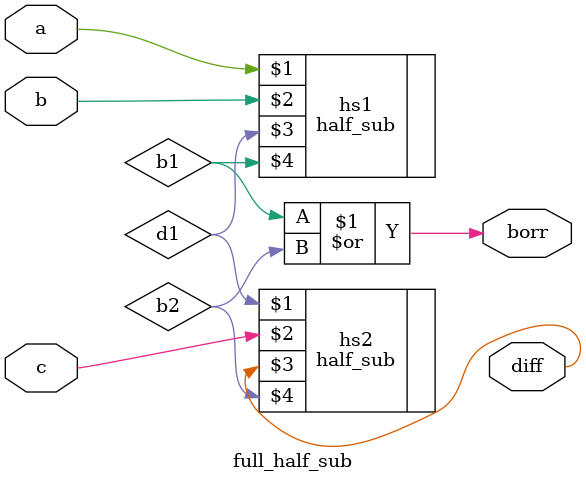
<source format=v>
`timescale 1ns / 1ps


module full_half_sub(
    input a,b,c,
    output diff,borr
    );
    
    wire d1,n1,n2,b1,b2;
    half_sub hs1 (a,b,d1,b1);
    half_sub hs2 (d1,c,diff,b2);
    assign borr = b1 | b2;
endmodule

</source>
